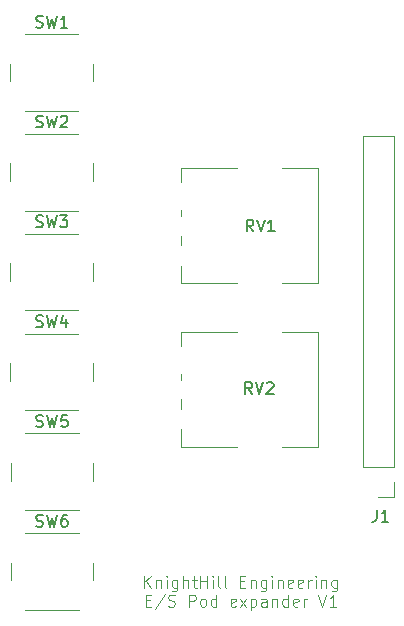
<source format=gto>
G04 #@! TF.GenerationSoftware,KiCad,Pcbnew,7.0.9*
G04 #@! TF.CreationDate,2023-12-18T22:45:15-06:00*
G04 #@! TF.ProjectId,pod_basic_expander2,706f645f-6261-4736-9963-5f657870616e,rev?*
G04 #@! TF.SameCoordinates,Original*
G04 #@! TF.FileFunction,Legend,Top*
G04 #@! TF.FilePolarity,Positive*
%FSLAX46Y46*%
G04 Gerber Fmt 4.6, Leading zero omitted, Abs format (unit mm)*
G04 Created by KiCad (PCBNEW 7.0.9) date 2023-12-18 22:45:15*
%MOMM*%
%LPD*%
G01*
G04 APERTURE LIST*
%ADD10C,0.100000*%
%ADD11C,0.150000*%
%ADD12C,0.120000*%
%ADD13O,3.240000X2.720000*%
%ADD14R,1.800000X1.800000*%
%ADD15C,1.800000*%
%ADD16C,2.000000*%
%ADD17R,1.700000X1.700000*%
%ADD18O,1.700000X1.700000*%
G04 APERTURE END LIST*
D10*
X80333333Y-91762419D02*
X80333333Y-90762419D01*
X80904761Y-91762419D02*
X80476190Y-91190990D01*
X80904761Y-90762419D02*
X80333333Y-91333847D01*
X81333333Y-91095752D02*
X81333333Y-91762419D01*
X81333333Y-91190990D02*
X81380952Y-91143371D01*
X81380952Y-91143371D02*
X81476190Y-91095752D01*
X81476190Y-91095752D02*
X81619047Y-91095752D01*
X81619047Y-91095752D02*
X81714285Y-91143371D01*
X81714285Y-91143371D02*
X81761904Y-91238609D01*
X81761904Y-91238609D02*
X81761904Y-91762419D01*
X82238095Y-91762419D02*
X82238095Y-91095752D01*
X82238095Y-90762419D02*
X82190476Y-90810038D01*
X82190476Y-90810038D02*
X82238095Y-90857657D01*
X82238095Y-90857657D02*
X82285714Y-90810038D01*
X82285714Y-90810038D02*
X82238095Y-90762419D01*
X82238095Y-90762419D02*
X82238095Y-90857657D01*
X83142856Y-91095752D02*
X83142856Y-91905276D01*
X83142856Y-91905276D02*
X83095237Y-92000514D01*
X83095237Y-92000514D02*
X83047618Y-92048133D01*
X83047618Y-92048133D02*
X82952380Y-92095752D01*
X82952380Y-92095752D02*
X82809523Y-92095752D01*
X82809523Y-92095752D02*
X82714285Y-92048133D01*
X83142856Y-91714800D02*
X83047618Y-91762419D01*
X83047618Y-91762419D02*
X82857142Y-91762419D01*
X82857142Y-91762419D02*
X82761904Y-91714800D01*
X82761904Y-91714800D02*
X82714285Y-91667180D01*
X82714285Y-91667180D02*
X82666666Y-91571942D01*
X82666666Y-91571942D02*
X82666666Y-91286228D01*
X82666666Y-91286228D02*
X82714285Y-91190990D01*
X82714285Y-91190990D02*
X82761904Y-91143371D01*
X82761904Y-91143371D02*
X82857142Y-91095752D01*
X82857142Y-91095752D02*
X83047618Y-91095752D01*
X83047618Y-91095752D02*
X83142856Y-91143371D01*
X83619047Y-91762419D02*
X83619047Y-90762419D01*
X84047618Y-91762419D02*
X84047618Y-91238609D01*
X84047618Y-91238609D02*
X83999999Y-91143371D01*
X83999999Y-91143371D02*
X83904761Y-91095752D01*
X83904761Y-91095752D02*
X83761904Y-91095752D01*
X83761904Y-91095752D02*
X83666666Y-91143371D01*
X83666666Y-91143371D02*
X83619047Y-91190990D01*
X84380952Y-91095752D02*
X84761904Y-91095752D01*
X84523809Y-90762419D02*
X84523809Y-91619561D01*
X84523809Y-91619561D02*
X84571428Y-91714800D01*
X84571428Y-91714800D02*
X84666666Y-91762419D01*
X84666666Y-91762419D02*
X84761904Y-91762419D01*
X85095238Y-91762419D02*
X85095238Y-90762419D01*
X85095238Y-91238609D02*
X85666666Y-91238609D01*
X85666666Y-91762419D02*
X85666666Y-90762419D01*
X86142857Y-91762419D02*
X86142857Y-91095752D01*
X86142857Y-90762419D02*
X86095238Y-90810038D01*
X86095238Y-90810038D02*
X86142857Y-90857657D01*
X86142857Y-90857657D02*
X86190476Y-90810038D01*
X86190476Y-90810038D02*
X86142857Y-90762419D01*
X86142857Y-90762419D02*
X86142857Y-90857657D01*
X86761904Y-91762419D02*
X86666666Y-91714800D01*
X86666666Y-91714800D02*
X86619047Y-91619561D01*
X86619047Y-91619561D02*
X86619047Y-90762419D01*
X87285714Y-91762419D02*
X87190476Y-91714800D01*
X87190476Y-91714800D02*
X87142857Y-91619561D01*
X87142857Y-91619561D02*
X87142857Y-90762419D01*
X88428572Y-91238609D02*
X88761905Y-91238609D01*
X88904762Y-91762419D02*
X88428572Y-91762419D01*
X88428572Y-91762419D02*
X88428572Y-90762419D01*
X88428572Y-90762419D02*
X88904762Y-90762419D01*
X89333334Y-91095752D02*
X89333334Y-91762419D01*
X89333334Y-91190990D02*
X89380953Y-91143371D01*
X89380953Y-91143371D02*
X89476191Y-91095752D01*
X89476191Y-91095752D02*
X89619048Y-91095752D01*
X89619048Y-91095752D02*
X89714286Y-91143371D01*
X89714286Y-91143371D02*
X89761905Y-91238609D01*
X89761905Y-91238609D02*
X89761905Y-91762419D01*
X90666667Y-91095752D02*
X90666667Y-91905276D01*
X90666667Y-91905276D02*
X90619048Y-92000514D01*
X90619048Y-92000514D02*
X90571429Y-92048133D01*
X90571429Y-92048133D02*
X90476191Y-92095752D01*
X90476191Y-92095752D02*
X90333334Y-92095752D01*
X90333334Y-92095752D02*
X90238096Y-92048133D01*
X90666667Y-91714800D02*
X90571429Y-91762419D01*
X90571429Y-91762419D02*
X90380953Y-91762419D01*
X90380953Y-91762419D02*
X90285715Y-91714800D01*
X90285715Y-91714800D02*
X90238096Y-91667180D01*
X90238096Y-91667180D02*
X90190477Y-91571942D01*
X90190477Y-91571942D02*
X90190477Y-91286228D01*
X90190477Y-91286228D02*
X90238096Y-91190990D01*
X90238096Y-91190990D02*
X90285715Y-91143371D01*
X90285715Y-91143371D02*
X90380953Y-91095752D01*
X90380953Y-91095752D02*
X90571429Y-91095752D01*
X90571429Y-91095752D02*
X90666667Y-91143371D01*
X91142858Y-91762419D02*
X91142858Y-91095752D01*
X91142858Y-90762419D02*
X91095239Y-90810038D01*
X91095239Y-90810038D02*
X91142858Y-90857657D01*
X91142858Y-90857657D02*
X91190477Y-90810038D01*
X91190477Y-90810038D02*
X91142858Y-90762419D01*
X91142858Y-90762419D02*
X91142858Y-90857657D01*
X91619048Y-91095752D02*
X91619048Y-91762419D01*
X91619048Y-91190990D02*
X91666667Y-91143371D01*
X91666667Y-91143371D02*
X91761905Y-91095752D01*
X91761905Y-91095752D02*
X91904762Y-91095752D01*
X91904762Y-91095752D02*
X92000000Y-91143371D01*
X92000000Y-91143371D02*
X92047619Y-91238609D01*
X92047619Y-91238609D02*
X92047619Y-91762419D01*
X92904762Y-91714800D02*
X92809524Y-91762419D01*
X92809524Y-91762419D02*
X92619048Y-91762419D01*
X92619048Y-91762419D02*
X92523810Y-91714800D01*
X92523810Y-91714800D02*
X92476191Y-91619561D01*
X92476191Y-91619561D02*
X92476191Y-91238609D01*
X92476191Y-91238609D02*
X92523810Y-91143371D01*
X92523810Y-91143371D02*
X92619048Y-91095752D01*
X92619048Y-91095752D02*
X92809524Y-91095752D01*
X92809524Y-91095752D02*
X92904762Y-91143371D01*
X92904762Y-91143371D02*
X92952381Y-91238609D01*
X92952381Y-91238609D02*
X92952381Y-91333847D01*
X92952381Y-91333847D02*
X92476191Y-91429085D01*
X93761905Y-91714800D02*
X93666667Y-91762419D01*
X93666667Y-91762419D02*
X93476191Y-91762419D01*
X93476191Y-91762419D02*
X93380953Y-91714800D01*
X93380953Y-91714800D02*
X93333334Y-91619561D01*
X93333334Y-91619561D02*
X93333334Y-91238609D01*
X93333334Y-91238609D02*
X93380953Y-91143371D01*
X93380953Y-91143371D02*
X93476191Y-91095752D01*
X93476191Y-91095752D02*
X93666667Y-91095752D01*
X93666667Y-91095752D02*
X93761905Y-91143371D01*
X93761905Y-91143371D02*
X93809524Y-91238609D01*
X93809524Y-91238609D02*
X93809524Y-91333847D01*
X93809524Y-91333847D02*
X93333334Y-91429085D01*
X94238096Y-91762419D02*
X94238096Y-91095752D01*
X94238096Y-91286228D02*
X94285715Y-91190990D01*
X94285715Y-91190990D02*
X94333334Y-91143371D01*
X94333334Y-91143371D02*
X94428572Y-91095752D01*
X94428572Y-91095752D02*
X94523810Y-91095752D01*
X94857144Y-91762419D02*
X94857144Y-91095752D01*
X94857144Y-90762419D02*
X94809525Y-90810038D01*
X94809525Y-90810038D02*
X94857144Y-90857657D01*
X94857144Y-90857657D02*
X94904763Y-90810038D01*
X94904763Y-90810038D02*
X94857144Y-90762419D01*
X94857144Y-90762419D02*
X94857144Y-90857657D01*
X95333334Y-91095752D02*
X95333334Y-91762419D01*
X95333334Y-91190990D02*
X95380953Y-91143371D01*
X95380953Y-91143371D02*
X95476191Y-91095752D01*
X95476191Y-91095752D02*
X95619048Y-91095752D01*
X95619048Y-91095752D02*
X95714286Y-91143371D01*
X95714286Y-91143371D02*
X95761905Y-91238609D01*
X95761905Y-91238609D02*
X95761905Y-91762419D01*
X96666667Y-91095752D02*
X96666667Y-91905276D01*
X96666667Y-91905276D02*
X96619048Y-92000514D01*
X96619048Y-92000514D02*
X96571429Y-92048133D01*
X96571429Y-92048133D02*
X96476191Y-92095752D01*
X96476191Y-92095752D02*
X96333334Y-92095752D01*
X96333334Y-92095752D02*
X96238096Y-92048133D01*
X96666667Y-91714800D02*
X96571429Y-91762419D01*
X96571429Y-91762419D02*
X96380953Y-91762419D01*
X96380953Y-91762419D02*
X96285715Y-91714800D01*
X96285715Y-91714800D02*
X96238096Y-91667180D01*
X96238096Y-91667180D02*
X96190477Y-91571942D01*
X96190477Y-91571942D02*
X96190477Y-91286228D01*
X96190477Y-91286228D02*
X96238096Y-91190990D01*
X96238096Y-91190990D02*
X96285715Y-91143371D01*
X96285715Y-91143371D02*
X96380953Y-91095752D01*
X96380953Y-91095752D02*
X96571429Y-91095752D01*
X96571429Y-91095752D02*
X96666667Y-91143371D01*
X80452380Y-92848609D02*
X80785713Y-92848609D01*
X80928570Y-93372419D02*
X80452380Y-93372419D01*
X80452380Y-93372419D02*
X80452380Y-92372419D01*
X80452380Y-92372419D02*
X80928570Y-92372419D01*
X82071427Y-92324800D02*
X81214285Y-93610514D01*
X82357142Y-93324800D02*
X82499999Y-93372419D01*
X82499999Y-93372419D02*
X82738094Y-93372419D01*
X82738094Y-93372419D02*
X82833332Y-93324800D01*
X82833332Y-93324800D02*
X82880951Y-93277180D01*
X82880951Y-93277180D02*
X82928570Y-93181942D01*
X82928570Y-93181942D02*
X82928570Y-93086704D01*
X82928570Y-93086704D02*
X82880951Y-92991466D01*
X82880951Y-92991466D02*
X82833332Y-92943847D01*
X82833332Y-92943847D02*
X82738094Y-92896228D01*
X82738094Y-92896228D02*
X82547618Y-92848609D01*
X82547618Y-92848609D02*
X82452380Y-92800990D01*
X82452380Y-92800990D02*
X82404761Y-92753371D01*
X82404761Y-92753371D02*
X82357142Y-92658133D01*
X82357142Y-92658133D02*
X82357142Y-92562895D01*
X82357142Y-92562895D02*
X82404761Y-92467657D01*
X82404761Y-92467657D02*
X82452380Y-92420038D01*
X82452380Y-92420038D02*
X82547618Y-92372419D01*
X82547618Y-92372419D02*
X82785713Y-92372419D01*
X82785713Y-92372419D02*
X82928570Y-92420038D01*
X84119047Y-93372419D02*
X84119047Y-92372419D01*
X84119047Y-92372419D02*
X84499999Y-92372419D01*
X84499999Y-92372419D02*
X84595237Y-92420038D01*
X84595237Y-92420038D02*
X84642856Y-92467657D01*
X84642856Y-92467657D02*
X84690475Y-92562895D01*
X84690475Y-92562895D02*
X84690475Y-92705752D01*
X84690475Y-92705752D02*
X84642856Y-92800990D01*
X84642856Y-92800990D02*
X84595237Y-92848609D01*
X84595237Y-92848609D02*
X84499999Y-92896228D01*
X84499999Y-92896228D02*
X84119047Y-92896228D01*
X85261904Y-93372419D02*
X85166666Y-93324800D01*
X85166666Y-93324800D02*
X85119047Y-93277180D01*
X85119047Y-93277180D02*
X85071428Y-93181942D01*
X85071428Y-93181942D02*
X85071428Y-92896228D01*
X85071428Y-92896228D02*
X85119047Y-92800990D01*
X85119047Y-92800990D02*
X85166666Y-92753371D01*
X85166666Y-92753371D02*
X85261904Y-92705752D01*
X85261904Y-92705752D02*
X85404761Y-92705752D01*
X85404761Y-92705752D02*
X85499999Y-92753371D01*
X85499999Y-92753371D02*
X85547618Y-92800990D01*
X85547618Y-92800990D02*
X85595237Y-92896228D01*
X85595237Y-92896228D02*
X85595237Y-93181942D01*
X85595237Y-93181942D02*
X85547618Y-93277180D01*
X85547618Y-93277180D02*
X85499999Y-93324800D01*
X85499999Y-93324800D02*
X85404761Y-93372419D01*
X85404761Y-93372419D02*
X85261904Y-93372419D01*
X86452380Y-93372419D02*
X86452380Y-92372419D01*
X86452380Y-93324800D02*
X86357142Y-93372419D01*
X86357142Y-93372419D02*
X86166666Y-93372419D01*
X86166666Y-93372419D02*
X86071428Y-93324800D01*
X86071428Y-93324800D02*
X86023809Y-93277180D01*
X86023809Y-93277180D02*
X85976190Y-93181942D01*
X85976190Y-93181942D02*
X85976190Y-92896228D01*
X85976190Y-92896228D02*
X86023809Y-92800990D01*
X86023809Y-92800990D02*
X86071428Y-92753371D01*
X86071428Y-92753371D02*
X86166666Y-92705752D01*
X86166666Y-92705752D02*
X86357142Y-92705752D01*
X86357142Y-92705752D02*
X86452380Y-92753371D01*
X88071428Y-93324800D02*
X87976190Y-93372419D01*
X87976190Y-93372419D02*
X87785714Y-93372419D01*
X87785714Y-93372419D02*
X87690476Y-93324800D01*
X87690476Y-93324800D02*
X87642857Y-93229561D01*
X87642857Y-93229561D02*
X87642857Y-92848609D01*
X87642857Y-92848609D02*
X87690476Y-92753371D01*
X87690476Y-92753371D02*
X87785714Y-92705752D01*
X87785714Y-92705752D02*
X87976190Y-92705752D01*
X87976190Y-92705752D02*
X88071428Y-92753371D01*
X88071428Y-92753371D02*
X88119047Y-92848609D01*
X88119047Y-92848609D02*
X88119047Y-92943847D01*
X88119047Y-92943847D02*
X87642857Y-93039085D01*
X88452381Y-93372419D02*
X88976190Y-92705752D01*
X88452381Y-92705752D02*
X88976190Y-93372419D01*
X89357143Y-92705752D02*
X89357143Y-93705752D01*
X89357143Y-92753371D02*
X89452381Y-92705752D01*
X89452381Y-92705752D02*
X89642857Y-92705752D01*
X89642857Y-92705752D02*
X89738095Y-92753371D01*
X89738095Y-92753371D02*
X89785714Y-92800990D01*
X89785714Y-92800990D02*
X89833333Y-92896228D01*
X89833333Y-92896228D02*
X89833333Y-93181942D01*
X89833333Y-93181942D02*
X89785714Y-93277180D01*
X89785714Y-93277180D02*
X89738095Y-93324800D01*
X89738095Y-93324800D02*
X89642857Y-93372419D01*
X89642857Y-93372419D02*
X89452381Y-93372419D01*
X89452381Y-93372419D02*
X89357143Y-93324800D01*
X90690476Y-93372419D02*
X90690476Y-92848609D01*
X90690476Y-92848609D02*
X90642857Y-92753371D01*
X90642857Y-92753371D02*
X90547619Y-92705752D01*
X90547619Y-92705752D02*
X90357143Y-92705752D01*
X90357143Y-92705752D02*
X90261905Y-92753371D01*
X90690476Y-93324800D02*
X90595238Y-93372419D01*
X90595238Y-93372419D02*
X90357143Y-93372419D01*
X90357143Y-93372419D02*
X90261905Y-93324800D01*
X90261905Y-93324800D02*
X90214286Y-93229561D01*
X90214286Y-93229561D02*
X90214286Y-93134323D01*
X90214286Y-93134323D02*
X90261905Y-93039085D01*
X90261905Y-93039085D02*
X90357143Y-92991466D01*
X90357143Y-92991466D02*
X90595238Y-92991466D01*
X90595238Y-92991466D02*
X90690476Y-92943847D01*
X91166667Y-92705752D02*
X91166667Y-93372419D01*
X91166667Y-92800990D02*
X91214286Y-92753371D01*
X91214286Y-92753371D02*
X91309524Y-92705752D01*
X91309524Y-92705752D02*
X91452381Y-92705752D01*
X91452381Y-92705752D02*
X91547619Y-92753371D01*
X91547619Y-92753371D02*
X91595238Y-92848609D01*
X91595238Y-92848609D02*
X91595238Y-93372419D01*
X92500000Y-93372419D02*
X92500000Y-92372419D01*
X92500000Y-93324800D02*
X92404762Y-93372419D01*
X92404762Y-93372419D02*
X92214286Y-93372419D01*
X92214286Y-93372419D02*
X92119048Y-93324800D01*
X92119048Y-93324800D02*
X92071429Y-93277180D01*
X92071429Y-93277180D02*
X92023810Y-93181942D01*
X92023810Y-93181942D02*
X92023810Y-92896228D01*
X92023810Y-92896228D02*
X92071429Y-92800990D01*
X92071429Y-92800990D02*
X92119048Y-92753371D01*
X92119048Y-92753371D02*
X92214286Y-92705752D01*
X92214286Y-92705752D02*
X92404762Y-92705752D01*
X92404762Y-92705752D02*
X92500000Y-92753371D01*
X93357143Y-93324800D02*
X93261905Y-93372419D01*
X93261905Y-93372419D02*
X93071429Y-93372419D01*
X93071429Y-93372419D02*
X92976191Y-93324800D01*
X92976191Y-93324800D02*
X92928572Y-93229561D01*
X92928572Y-93229561D02*
X92928572Y-92848609D01*
X92928572Y-92848609D02*
X92976191Y-92753371D01*
X92976191Y-92753371D02*
X93071429Y-92705752D01*
X93071429Y-92705752D02*
X93261905Y-92705752D01*
X93261905Y-92705752D02*
X93357143Y-92753371D01*
X93357143Y-92753371D02*
X93404762Y-92848609D01*
X93404762Y-92848609D02*
X93404762Y-92943847D01*
X93404762Y-92943847D02*
X92928572Y-93039085D01*
X93833334Y-93372419D02*
X93833334Y-92705752D01*
X93833334Y-92896228D02*
X93880953Y-92800990D01*
X93880953Y-92800990D02*
X93928572Y-92753371D01*
X93928572Y-92753371D02*
X94023810Y-92705752D01*
X94023810Y-92705752D02*
X94119048Y-92705752D01*
X95071430Y-92372419D02*
X95404763Y-93372419D01*
X95404763Y-93372419D02*
X95738096Y-92372419D01*
X96595239Y-93372419D02*
X96023811Y-93372419D01*
X96309525Y-93372419D02*
X96309525Y-92372419D01*
X96309525Y-92372419D02*
X96214287Y-92515276D01*
X96214287Y-92515276D02*
X96119049Y-92610514D01*
X96119049Y-92610514D02*
X96023811Y-92658133D01*
D11*
X89474761Y-75384819D02*
X89141428Y-74908628D01*
X88903333Y-75384819D02*
X88903333Y-74384819D01*
X88903333Y-74384819D02*
X89284285Y-74384819D01*
X89284285Y-74384819D02*
X89379523Y-74432438D01*
X89379523Y-74432438D02*
X89427142Y-74480057D01*
X89427142Y-74480057D02*
X89474761Y-74575295D01*
X89474761Y-74575295D02*
X89474761Y-74718152D01*
X89474761Y-74718152D02*
X89427142Y-74813390D01*
X89427142Y-74813390D02*
X89379523Y-74861009D01*
X89379523Y-74861009D02*
X89284285Y-74908628D01*
X89284285Y-74908628D02*
X88903333Y-74908628D01*
X89760476Y-74384819D02*
X90093809Y-75384819D01*
X90093809Y-75384819D02*
X90427142Y-74384819D01*
X90712857Y-74480057D02*
X90760476Y-74432438D01*
X90760476Y-74432438D02*
X90855714Y-74384819D01*
X90855714Y-74384819D02*
X91093809Y-74384819D01*
X91093809Y-74384819D02*
X91189047Y-74432438D01*
X91189047Y-74432438D02*
X91236666Y-74480057D01*
X91236666Y-74480057D02*
X91284285Y-74575295D01*
X91284285Y-74575295D02*
X91284285Y-74670533D01*
X91284285Y-74670533D02*
X91236666Y-74813390D01*
X91236666Y-74813390D02*
X90665238Y-75384819D01*
X90665238Y-75384819D02*
X91284285Y-75384819D01*
X71166667Y-52758422D02*
X71309524Y-52806041D01*
X71309524Y-52806041D02*
X71547619Y-52806041D01*
X71547619Y-52806041D02*
X71642857Y-52758422D01*
X71642857Y-52758422D02*
X71690476Y-52710802D01*
X71690476Y-52710802D02*
X71738095Y-52615564D01*
X71738095Y-52615564D02*
X71738095Y-52520326D01*
X71738095Y-52520326D02*
X71690476Y-52425088D01*
X71690476Y-52425088D02*
X71642857Y-52377469D01*
X71642857Y-52377469D02*
X71547619Y-52329850D01*
X71547619Y-52329850D02*
X71357143Y-52282231D01*
X71357143Y-52282231D02*
X71261905Y-52234612D01*
X71261905Y-52234612D02*
X71214286Y-52186993D01*
X71214286Y-52186993D02*
X71166667Y-52091755D01*
X71166667Y-52091755D02*
X71166667Y-51996517D01*
X71166667Y-51996517D02*
X71214286Y-51901279D01*
X71214286Y-51901279D02*
X71261905Y-51853660D01*
X71261905Y-51853660D02*
X71357143Y-51806041D01*
X71357143Y-51806041D02*
X71595238Y-51806041D01*
X71595238Y-51806041D02*
X71738095Y-51853660D01*
X72071429Y-51806041D02*
X72309524Y-52806041D01*
X72309524Y-52806041D02*
X72500000Y-52091755D01*
X72500000Y-52091755D02*
X72690476Y-52806041D01*
X72690476Y-52806041D02*
X72928572Y-51806041D01*
X73261905Y-51901279D02*
X73309524Y-51853660D01*
X73309524Y-51853660D02*
X73404762Y-51806041D01*
X73404762Y-51806041D02*
X73642857Y-51806041D01*
X73642857Y-51806041D02*
X73738095Y-51853660D01*
X73738095Y-51853660D02*
X73785714Y-51901279D01*
X73785714Y-51901279D02*
X73833333Y-51996517D01*
X73833333Y-51996517D02*
X73833333Y-52091755D01*
X73833333Y-52091755D02*
X73785714Y-52234612D01*
X73785714Y-52234612D02*
X73214286Y-52806041D01*
X73214286Y-52806041D02*
X73833333Y-52806041D01*
X71189982Y-86563311D02*
X71332839Y-86610930D01*
X71332839Y-86610930D02*
X71570934Y-86610930D01*
X71570934Y-86610930D02*
X71666172Y-86563311D01*
X71666172Y-86563311D02*
X71713791Y-86515691D01*
X71713791Y-86515691D02*
X71761410Y-86420453D01*
X71761410Y-86420453D02*
X71761410Y-86325215D01*
X71761410Y-86325215D02*
X71713791Y-86229977D01*
X71713791Y-86229977D02*
X71666172Y-86182358D01*
X71666172Y-86182358D02*
X71570934Y-86134739D01*
X71570934Y-86134739D02*
X71380458Y-86087120D01*
X71380458Y-86087120D02*
X71285220Y-86039501D01*
X71285220Y-86039501D02*
X71237601Y-85991882D01*
X71237601Y-85991882D02*
X71189982Y-85896644D01*
X71189982Y-85896644D02*
X71189982Y-85801406D01*
X71189982Y-85801406D02*
X71237601Y-85706168D01*
X71237601Y-85706168D02*
X71285220Y-85658549D01*
X71285220Y-85658549D02*
X71380458Y-85610930D01*
X71380458Y-85610930D02*
X71618553Y-85610930D01*
X71618553Y-85610930D02*
X71761410Y-85658549D01*
X72094744Y-85610930D02*
X72332839Y-86610930D01*
X72332839Y-86610930D02*
X72523315Y-85896644D01*
X72523315Y-85896644D02*
X72713791Y-86610930D01*
X72713791Y-86610930D02*
X72951887Y-85610930D01*
X73761410Y-85610930D02*
X73570934Y-85610930D01*
X73570934Y-85610930D02*
X73475696Y-85658549D01*
X73475696Y-85658549D02*
X73428077Y-85706168D01*
X73428077Y-85706168D02*
X73332839Y-85849025D01*
X73332839Y-85849025D02*
X73285220Y-86039501D01*
X73285220Y-86039501D02*
X73285220Y-86420453D01*
X73285220Y-86420453D02*
X73332839Y-86515691D01*
X73332839Y-86515691D02*
X73380458Y-86563311D01*
X73380458Y-86563311D02*
X73475696Y-86610930D01*
X73475696Y-86610930D02*
X73666172Y-86610930D01*
X73666172Y-86610930D02*
X73761410Y-86563311D01*
X73761410Y-86563311D02*
X73809029Y-86515691D01*
X73809029Y-86515691D02*
X73856648Y-86420453D01*
X73856648Y-86420453D02*
X73856648Y-86182358D01*
X73856648Y-86182358D02*
X73809029Y-86087120D01*
X73809029Y-86087120D02*
X73761410Y-86039501D01*
X73761410Y-86039501D02*
X73666172Y-85991882D01*
X73666172Y-85991882D02*
X73475696Y-85991882D01*
X73475696Y-85991882D02*
X73380458Y-86039501D01*
X73380458Y-86039501D02*
X73332839Y-86087120D01*
X73332839Y-86087120D02*
X73285220Y-86182358D01*
X100010561Y-85176331D02*
X100010561Y-85890616D01*
X100010561Y-85890616D02*
X99962942Y-86033473D01*
X99962942Y-86033473D02*
X99867704Y-86128712D01*
X99867704Y-86128712D02*
X99724847Y-86176331D01*
X99724847Y-86176331D02*
X99629609Y-86176331D01*
X101010561Y-86176331D02*
X100439133Y-86176331D01*
X100724847Y-86176331D02*
X100724847Y-85176331D01*
X100724847Y-85176331D02*
X100629609Y-85319188D01*
X100629609Y-85319188D02*
X100534371Y-85414426D01*
X100534371Y-85414426D02*
X100439133Y-85462045D01*
X71166667Y-44307200D02*
X71309524Y-44354819D01*
X71309524Y-44354819D02*
X71547619Y-44354819D01*
X71547619Y-44354819D02*
X71642857Y-44307200D01*
X71642857Y-44307200D02*
X71690476Y-44259580D01*
X71690476Y-44259580D02*
X71738095Y-44164342D01*
X71738095Y-44164342D02*
X71738095Y-44069104D01*
X71738095Y-44069104D02*
X71690476Y-43973866D01*
X71690476Y-43973866D02*
X71642857Y-43926247D01*
X71642857Y-43926247D02*
X71547619Y-43878628D01*
X71547619Y-43878628D02*
X71357143Y-43831009D01*
X71357143Y-43831009D02*
X71261905Y-43783390D01*
X71261905Y-43783390D02*
X71214286Y-43735771D01*
X71214286Y-43735771D02*
X71166667Y-43640533D01*
X71166667Y-43640533D02*
X71166667Y-43545295D01*
X71166667Y-43545295D02*
X71214286Y-43450057D01*
X71214286Y-43450057D02*
X71261905Y-43402438D01*
X71261905Y-43402438D02*
X71357143Y-43354819D01*
X71357143Y-43354819D02*
X71595238Y-43354819D01*
X71595238Y-43354819D02*
X71738095Y-43402438D01*
X72071429Y-43354819D02*
X72309524Y-44354819D01*
X72309524Y-44354819D02*
X72500000Y-43640533D01*
X72500000Y-43640533D02*
X72690476Y-44354819D01*
X72690476Y-44354819D02*
X72928572Y-43354819D01*
X73833333Y-44354819D02*
X73261905Y-44354819D01*
X73547619Y-44354819D02*
X73547619Y-43354819D01*
X73547619Y-43354819D02*
X73452381Y-43497676D01*
X73452381Y-43497676D02*
X73357143Y-43592914D01*
X73357143Y-43592914D02*
X73261905Y-43640533D01*
X71189982Y-78112088D02*
X71332839Y-78159707D01*
X71332839Y-78159707D02*
X71570934Y-78159707D01*
X71570934Y-78159707D02*
X71666172Y-78112088D01*
X71666172Y-78112088D02*
X71713791Y-78064468D01*
X71713791Y-78064468D02*
X71761410Y-77969230D01*
X71761410Y-77969230D02*
X71761410Y-77873992D01*
X71761410Y-77873992D02*
X71713791Y-77778754D01*
X71713791Y-77778754D02*
X71666172Y-77731135D01*
X71666172Y-77731135D02*
X71570934Y-77683516D01*
X71570934Y-77683516D02*
X71380458Y-77635897D01*
X71380458Y-77635897D02*
X71285220Y-77588278D01*
X71285220Y-77588278D02*
X71237601Y-77540659D01*
X71237601Y-77540659D02*
X71189982Y-77445421D01*
X71189982Y-77445421D02*
X71189982Y-77350183D01*
X71189982Y-77350183D02*
X71237601Y-77254945D01*
X71237601Y-77254945D02*
X71285220Y-77207326D01*
X71285220Y-77207326D02*
X71380458Y-77159707D01*
X71380458Y-77159707D02*
X71618553Y-77159707D01*
X71618553Y-77159707D02*
X71761410Y-77207326D01*
X72094744Y-77159707D02*
X72332839Y-78159707D01*
X72332839Y-78159707D02*
X72523315Y-77445421D01*
X72523315Y-77445421D02*
X72713791Y-78159707D01*
X72713791Y-78159707D02*
X72951887Y-77159707D01*
X73809029Y-77159707D02*
X73332839Y-77159707D01*
X73332839Y-77159707D02*
X73285220Y-77635897D01*
X73285220Y-77635897D02*
X73332839Y-77588278D01*
X73332839Y-77588278D02*
X73428077Y-77540659D01*
X73428077Y-77540659D02*
X73666172Y-77540659D01*
X73666172Y-77540659D02*
X73761410Y-77588278D01*
X73761410Y-77588278D02*
X73809029Y-77635897D01*
X73809029Y-77635897D02*
X73856648Y-77731135D01*
X73856648Y-77731135D02*
X73856648Y-77969230D01*
X73856648Y-77969230D02*
X73809029Y-78064468D01*
X73809029Y-78064468D02*
X73761410Y-78112088D01*
X73761410Y-78112088D02*
X73666172Y-78159707D01*
X73666172Y-78159707D02*
X73428077Y-78159707D01*
X73428077Y-78159707D02*
X73332839Y-78112088D01*
X73332839Y-78112088D02*
X73285220Y-78064468D01*
X71166667Y-61209644D02*
X71309524Y-61257263D01*
X71309524Y-61257263D02*
X71547619Y-61257263D01*
X71547619Y-61257263D02*
X71642857Y-61209644D01*
X71642857Y-61209644D02*
X71690476Y-61162024D01*
X71690476Y-61162024D02*
X71738095Y-61066786D01*
X71738095Y-61066786D02*
X71738095Y-60971548D01*
X71738095Y-60971548D02*
X71690476Y-60876310D01*
X71690476Y-60876310D02*
X71642857Y-60828691D01*
X71642857Y-60828691D02*
X71547619Y-60781072D01*
X71547619Y-60781072D02*
X71357143Y-60733453D01*
X71357143Y-60733453D02*
X71261905Y-60685834D01*
X71261905Y-60685834D02*
X71214286Y-60638215D01*
X71214286Y-60638215D02*
X71166667Y-60542977D01*
X71166667Y-60542977D02*
X71166667Y-60447739D01*
X71166667Y-60447739D02*
X71214286Y-60352501D01*
X71214286Y-60352501D02*
X71261905Y-60304882D01*
X71261905Y-60304882D02*
X71357143Y-60257263D01*
X71357143Y-60257263D02*
X71595238Y-60257263D01*
X71595238Y-60257263D02*
X71738095Y-60304882D01*
X72071429Y-60257263D02*
X72309524Y-61257263D01*
X72309524Y-61257263D02*
X72500000Y-60542977D01*
X72500000Y-60542977D02*
X72690476Y-61257263D01*
X72690476Y-61257263D02*
X72928572Y-60257263D01*
X73214286Y-60257263D02*
X73833333Y-60257263D01*
X73833333Y-60257263D02*
X73500000Y-60638215D01*
X73500000Y-60638215D02*
X73642857Y-60638215D01*
X73642857Y-60638215D02*
X73738095Y-60685834D01*
X73738095Y-60685834D02*
X73785714Y-60733453D01*
X73785714Y-60733453D02*
X73833333Y-60828691D01*
X73833333Y-60828691D02*
X73833333Y-61066786D01*
X73833333Y-61066786D02*
X73785714Y-61162024D01*
X73785714Y-61162024D02*
X73738095Y-61209644D01*
X73738095Y-61209644D02*
X73642857Y-61257263D01*
X73642857Y-61257263D02*
X73357143Y-61257263D01*
X73357143Y-61257263D02*
X73261905Y-61209644D01*
X73261905Y-61209644D02*
X73214286Y-61162024D01*
X89576668Y-61610226D02*
X89243335Y-61134035D01*
X89005240Y-61610226D02*
X89005240Y-60610226D01*
X89005240Y-60610226D02*
X89386192Y-60610226D01*
X89386192Y-60610226D02*
X89481430Y-60657845D01*
X89481430Y-60657845D02*
X89529049Y-60705464D01*
X89529049Y-60705464D02*
X89576668Y-60800702D01*
X89576668Y-60800702D02*
X89576668Y-60943559D01*
X89576668Y-60943559D02*
X89529049Y-61038797D01*
X89529049Y-61038797D02*
X89481430Y-61086416D01*
X89481430Y-61086416D02*
X89386192Y-61134035D01*
X89386192Y-61134035D02*
X89005240Y-61134035D01*
X89862383Y-60610226D02*
X90195716Y-61610226D01*
X90195716Y-61610226D02*
X90529049Y-60610226D01*
X91386192Y-61610226D02*
X90814764Y-61610226D01*
X91100478Y-61610226D02*
X91100478Y-60610226D01*
X91100478Y-60610226D02*
X91005240Y-60753083D01*
X91005240Y-60753083D02*
X90910002Y-60848321D01*
X90910002Y-60848321D02*
X90814764Y-60895940D01*
X71166667Y-69660866D02*
X71309524Y-69708485D01*
X71309524Y-69708485D02*
X71547619Y-69708485D01*
X71547619Y-69708485D02*
X71642857Y-69660866D01*
X71642857Y-69660866D02*
X71690476Y-69613246D01*
X71690476Y-69613246D02*
X71738095Y-69518008D01*
X71738095Y-69518008D02*
X71738095Y-69422770D01*
X71738095Y-69422770D02*
X71690476Y-69327532D01*
X71690476Y-69327532D02*
X71642857Y-69279913D01*
X71642857Y-69279913D02*
X71547619Y-69232294D01*
X71547619Y-69232294D02*
X71357143Y-69184675D01*
X71357143Y-69184675D02*
X71261905Y-69137056D01*
X71261905Y-69137056D02*
X71214286Y-69089437D01*
X71214286Y-69089437D02*
X71166667Y-68994199D01*
X71166667Y-68994199D02*
X71166667Y-68898961D01*
X71166667Y-68898961D02*
X71214286Y-68803723D01*
X71214286Y-68803723D02*
X71261905Y-68756104D01*
X71261905Y-68756104D02*
X71357143Y-68708485D01*
X71357143Y-68708485D02*
X71595238Y-68708485D01*
X71595238Y-68708485D02*
X71738095Y-68756104D01*
X72071429Y-68708485D02*
X72309524Y-69708485D01*
X72309524Y-69708485D02*
X72500000Y-68994199D01*
X72500000Y-68994199D02*
X72690476Y-69708485D01*
X72690476Y-69708485D02*
X72928572Y-68708485D01*
X73738095Y-69041818D02*
X73738095Y-69708485D01*
X73500000Y-68660866D02*
X73261905Y-69375151D01*
X73261905Y-69375151D02*
X73880952Y-69375151D01*
D12*
X83450000Y-70120000D02*
X88170000Y-70120000D01*
X83450000Y-71310000D02*
X83450000Y-70130000D01*
X83450000Y-74210000D02*
X83450000Y-73680000D01*
X83450000Y-76660000D02*
X83450000Y-75830000D01*
X83450000Y-79870000D02*
X83450000Y-78380000D01*
X83450000Y-79870000D02*
X88170000Y-79870000D01*
X91980000Y-70130000D02*
X95040000Y-70130000D01*
X91980000Y-79870000D02*
X95040000Y-79870000D01*
X95040000Y-79870000D02*
X95040000Y-70130000D01*
X69000000Y-55851222D02*
X69000000Y-57351222D01*
X70250000Y-59851222D02*
X74750000Y-59851222D01*
X74750000Y-53351222D02*
X70250000Y-53351222D01*
X76000000Y-57351222D02*
X76000000Y-55851222D01*
X69023315Y-89656111D02*
X69023315Y-91156111D01*
X70273315Y-93656111D02*
X74773315Y-93656111D01*
X74773315Y-87156111D02*
X70273315Y-87156111D01*
X76023315Y-91156111D02*
X76023315Y-89656111D01*
X101500000Y-84120000D02*
X100170000Y-84120000D01*
X101500000Y-82790000D02*
X101500000Y-84120000D01*
X101500000Y-81520000D02*
X101500000Y-53520000D01*
X101500000Y-81520000D02*
X98840000Y-81520000D01*
X101500000Y-53520000D02*
X98840000Y-53520000D01*
X98840000Y-81520000D02*
X98840000Y-53520000D01*
X69000000Y-47400000D02*
X69000000Y-48900000D01*
X70250000Y-51400000D02*
X74750000Y-51400000D01*
X74750000Y-44900000D02*
X70250000Y-44900000D01*
X76000000Y-48900000D02*
X76000000Y-47400000D01*
X69023315Y-81204888D02*
X69023315Y-82704888D01*
X70273315Y-85204888D02*
X74773315Y-85204888D01*
X74773315Y-78704888D02*
X70273315Y-78704888D01*
X76023315Y-82704888D02*
X76023315Y-81204888D01*
X69000000Y-64302444D02*
X69000000Y-65802444D01*
X70250000Y-68302444D02*
X74750000Y-68302444D01*
X74750000Y-61802444D02*
X70250000Y-61802444D01*
X76000000Y-65802444D02*
X76000000Y-64302444D01*
X83450000Y-56250000D02*
X88170000Y-56250000D01*
X83450000Y-57440000D02*
X83450000Y-56260000D01*
X83450000Y-60340000D02*
X83450000Y-59810000D01*
X83450000Y-62790000D02*
X83450000Y-61960000D01*
X83450000Y-66000000D02*
X83450000Y-64510000D01*
X83450000Y-66000000D02*
X88170000Y-66000000D01*
X91980000Y-56260000D02*
X95040000Y-56260000D01*
X91980000Y-66000000D02*
X95040000Y-66000000D01*
X95040000Y-66000000D02*
X95040000Y-56260000D01*
X69000000Y-72753666D02*
X69000000Y-74253666D01*
X70250000Y-76753666D02*
X74750000Y-76753666D01*
X74750000Y-70253666D02*
X70250000Y-70253666D01*
X76000000Y-74253666D02*
X76000000Y-72753666D01*
%LPC*%
D13*
X90070000Y-70200000D03*
X90070000Y-79800000D03*
D14*
X82570000Y-72500000D03*
D15*
X82570000Y-75000000D03*
X82570000Y-77500000D03*
D16*
X69250000Y-54351222D03*
X75750000Y-54351222D03*
X69250000Y-58851222D03*
X75750000Y-58851222D03*
X69273315Y-88156111D03*
X75773315Y-88156111D03*
X69273315Y-92656111D03*
X75773315Y-92656111D03*
D17*
X100170000Y-82790000D03*
D18*
X100170000Y-80250000D03*
X100170000Y-77710000D03*
X100170000Y-75170000D03*
X100170000Y-72630000D03*
X100170000Y-70090000D03*
X100170000Y-67550000D03*
X100170000Y-65010000D03*
X100170000Y-62470000D03*
X100170000Y-59930000D03*
X100170000Y-57390000D03*
X100170000Y-54850000D03*
D16*
X69250000Y-45900000D03*
X75750000Y-45900000D03*
X69250000Y-50400000D03*
X75750000Y-50400000D03*
X69273315Y-79704888D03*
X75773315Y-79704888D03*
X69273315Y-84204888D03*
X75773315Y-84204888D03*
X69250000Y-62802444D03*
X75750000Y-62802444D03*
X69250000Y-67302444D03*
X75750000Y-67302444D03*
D13*
X90070000Y-56330000D03*
X90070000Y-65930000D03*
D14*
X82570000Y-58630000D03*
D15*
X82570000Y-61130000D03*
X82570000Y-63630000D03*
D16*
X69250000Y-71253666D03*
X75750000Y-71253666D03*
X69250000Y-75753666D03*
X75750000Y-75753666D03*
%LPD*%
M02*

</source>
